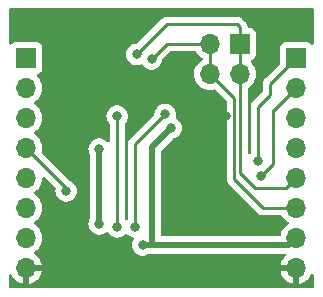
<source format=gbl>
G04 #@! TF.GenerationSoftware,KiCad,Pcbnew,7.0.1*
G04 #@! TF.CreationDate,2023-10-25T21:17:38+02:00*
G04 #@! TF.ProjectId,canfd_breakout,63616e66-645f-4627-9265-616b6f75742e,rev?*
G04 #@! TF.SameCoordinates,Original*
G04 #@! TF.FileFunction,Copper,L2,Bot*
G04 #@! TF.FilePolarity,Positive*
%FSLAX46Y46*%
G04 Gerber Fmt 4.6, Leading zero omitted, Abs format (unit mm)*
G04 Created by KiCad (PCBNEW 7.0.1) date 2023-10-25 21:17:38*
%MOMM*%
%LPD*%
G01*
G04 APERTURE LIST*
G04 #@! TA.AperFunction,ComponentPad*
%ADD10R,1.700000X1.700000*%
G04 #@! TD*
G04 #@! TA.AperFunction,ComponentPad*
%ADD11O,1.700000X1.700000*%
G04 #@! TD*
G04 #@! TA.AperFunction,ViaPad*
%ADD12C,0.800000*%
G04 #@! TD*
G04 #@! TA.AperFunction,Conductor*
%ADD13C,0.500000*%
G04 #@! TD*
G04 #@! TA.AperFunction,Conductor*
%ADD14C,0.250000*%
G04 #@! TD*
G04 APERTURE END LIST*
D10*
X122860000Y-100000000D03*
D11*
X122860000Y-102540000D03*
X122860000Y-105080000D03*
X122860000Y-107620000D03*
X122860000Y-110160000D03*
X122860000Y-112700000D03*
X122860000Y-115240000D03*
X122860000Y-117780000D03*
D10*
X100000000Y-100000000D03*
D11*
X100000000Y-102540000D03*
X100000000Y-105080000D03*
X100000000Y-107620000D03*
X100000000Y-110160000D03*
X100000000Y-112700000D03*
X100000000Y-115240000D03*
X100000000Y-117780000D03*
X115570000Y-101346000D03*
X115570000Y-98806000D03*
X118110000Y-101346000D03*
D10*
X118110000Y-98806000D03*
D12*
X109347000Y-99695000D03*
X111760000Y-104775000D03*
X119634000Y-108712000D03*
X106172000Y-107696000D03*
X110617000Y-100076000D03*
X109855000Y-115824000D03*
X109220000Y-104902000D03*
X116877500Y-104902000D03*
X119888000Y-109982000D03*
X103378000Y-111252000D03*
X120650000Y-118872000D03*
X120650000Y-117094000D03*
X115824000Y-114300000D03*
X109982000Y-118364000D03*
X102362000Y-105918000D03*
X102362000Y-100330000D03*
X106172000Y-114046000D03*
X112268000Y-105918000D03*
X109220000Y-114300000D03*
X107696000Y-114300000D03*
X107696000Y-104902000D03*
D13*
X110617000Y-107569000D02*
X110617000Y-115824000D01*
X110617000Y-115824000D02*
X109855000Y-115824000D01*
X112268000Y-105918000D02*
X110617000Y-107569000D01*
D14*
X118110000Y-97409000D02*
X118110000Y-98806000D01*
X117856000Y-97155000D02*
X118110000Y-97409000D01*
X109347000Y-99695000D02*
X111887000Y-97155000D01*
X111887000Y-97155000D02*
X117856000Y-97155000D01*
X111887000Y-98806000D02*
X115570000Y-98806000D01*
X110617000Y-100076000D02*
X111887000Y-98806000D01*
X109220000Y-107315000D02*
X109220000Y-114300000D01*
X111760000Y-104775000D02*
X109220000Y-107315000D01*
X120650000Y-102210000D02*
X122860000Y-100000000D01*
X120650000Y-103088299D02*
X120650000Y-102210000D01*
X119634000Y-104104299D02*
X120650000Y-103088299D01*
X119634000Y-108712000D02*
X119634000Y-104104299D01*
D13*
X106172000Y-107696000D02*
X106172000Y-114046000D01*
X109855000Y-115824000D02*
X122276000Y-115824000D01*
X122276000Y-115824000D02*
X122860000Y-115240000D01*
D14*
X122022000Y-110998000D02*
X122860000Y-110160000D01*
X119380000Y-110998000D02*
X122022000Y-110998000D01*
X118110000Y-109728000D02*
X119380000Y-110998000D01*
X118110000Y-101346000D02*
X118110000Y-109728000D01*
X121006000Y-104394000D02*
X122860000Y-102540000D01*
X119888000Y-109982000D02*
X120904000Y-108966000D01*
X120904000Y-104394000D02*
X121006000Y-104394000D01*
X120904000Y-108966000D02*
X120904000Y-104394000D01*
X120066000Y-112700000D02*
X122860000Y-112700000D01*
X117602000Y-110236000D02*
X120066000Y-112700000D01*
X117602000Y-103378000D02*
X117602000Y-110236000D01*
X115570000Y-101346000D02*
X117602000Y-103378000D01*
X103378000Y-111252000D02*
X103378000Y-110998000D01*
X103378000Y-110998000D02*
X100000000Y-107620000D01*
X118110000Y-101346000D02*
X118110000Y-98806000D01*
X115570000Y-101346000D02*
X115570000Y-98806000D01*
X107696000Y-104902000D02*
X107696000Y-114300000D01*
G04 #@! TA.AperFunction,Conductor*
G36*
X124270500Y-95775113D02*
G01*
X124315887Y-95820500D01*
X124332500Y-95882500D01*
X124332500Y-98773830D01*
X124317332Y-98833257D01*
X124275540Y-98878145D01*
X124217346Y-98897514D01*
X124156989Y-98886624D01*
X124109233Y-98848141D01*
X124106694Y-98844749D01*
X124067546Y-98792454D01*
X123952331Y-98706204D01*
X123817483Y-98655909D01*
X123757873Y-98649500D01*
X123757869Y-98649500D01*
X121962130Y-98649500D01*
X121902515Y-98655909D01*
X121767669Y-98706204D01*
X121652454Y-98792454D01*
X121566204Y-98907668D01*
X121515909Y-99042516D01*
X121509500Y-99102131D01*
X121509500Y-100414546D01*
X121500061Y-100461999D01*
X121473181Y-100502227D01*
X120266208Y-101709199D01*
X120250110Y-101722096D01*
X120202096Y-101773225D01*
X120199391Y-101776017D01*
X120179874Y-101795534D01*
X120177415Y-101798705D01*
X120169842Y-101807572D01*
X120139935Y-101839420D01*
X120130285Y-101856974D01*
X120119609Y-101873228D01*
X120107326Y-101889063D01*
X120089975Y-101929158D01*
X120084838Y-101939644D01*
X120063802Y-101977907D01*
X120058821Y-101997309D01*
X120052520Y-102015711D01*
X120044561Y-102034102D01*
X120037728Y-102077242D01*
X120035360Y-102088674D01*
X120024500Y-102130978D01*
X120024500Y-102151016D01*
X120022973Y-102170415D01*
X120019840Y-102190194D01*
X120023950Y-102233675D01*
X120024500Y-102245344D01*
X120024500Y-102777847D01*
X120015061Y-102825300D01*
X119988181Y-102865528D01*
X119250208Y-103603498D01*
X119234110Y-103616395D01*
X119186096Y-103667524D01*
X119183391Y-103670316D01*
X119163874Y-103689833D01*
X119161415Y-103693004D01*
X119153842Y-103701871D01*
X119123935Y-103733719D01*
X119114285Y-103751273D01*
X119103609Y-103767527D01*
X119091326Y-103783362D01*
X119073975Y-103823457D01*
X119068838Y-103833943D01*
X119047802Y-103872206D01*
X119042821Y-103891608D01*
X119036520Y-103910010D01*
X119028561Y-103928401D01*
X119021728Y-103971541D01*
X119019360Y-103982973D01*
X119008500Y-104025277D01*
X119008500Y-104045315D01*
X119006973Y-104064714D01*
X119003840Y-104084493D01*
X119007950Y-104127974D01*
X119008500Y-104139643D01*
X119008500Y-108013313D01*
X119000264Y-108057751D01*
X118976649Y-108096286D01*
X118951649Y-108124051D01*
X118902722Y-108157301D01*
X118843958Y-108164100D01*
X118788731Y-108142900D01*
X118749611Y-108098527D01*
X118735500Y-108041078D01*
X118735500Y-102621227D01*
X118749511Y-102563970D01*
X118788374Y-102519653D01*
X118981401Y-102384495D01*
X119148495Y-102217401D01*
X119284035Y-102023830D01*
X119383903Y-101809663D01*
X119445063Y-101581408D01*
X119465659Y-101346000D01*
X119445063Y-101110592D01*
X119383903Y-100882337D01*
X119284035Y-100668171D01*
X119148495Y-100474599D01*
X119026569Y-100352673D01*
X118995273Y-100299927D01*
X118993084Y-100238634D01*
X119020537Y-100183789D01*
X119070916Y-100148810D01*
X119202331Y-100099796D01*
X119317546Y-100013546D01*
X119403796Y-99898331D01*
X119454091Y-99763483D01*
X119460500Y-99703873D01*
X119460499Y-97908128D01*
X119454091Y-97848517D01*
X119403796Y-97713669D01*
X119317546Y-97598454D01*
X119202331Y-97512204D01*
X119067483Y-97461909D01*
X119007873Y-97455500D01*
X119007869Y-97455500D01*
X118857434Y-97455500D01*
X118796562Y-97439530D01*
X118751368Y-97395735D01*
X118733495Y-97335394D01*
X118732709Y-97310373D01*
X118727120Y-97291140D01*
X118723174Y-97272082D01*
X118720664Y-97252208D01*
X118704588Y-97211606D01*
X118700804Y-97200552D01*
X118688619Y-97158613D01*
X118688618Y-97158612D01*
X118688618Y-97158610D01*
X118678417Y-97141361D01*
X118669860Y-97123895D01*
X118662486Y-97105268D01*
X118636813Y-97069932D01*
X118630402Y-97060172D01*
X118608169Y-97022578D01*
X118594006Y-97008415D01*
X118581369Y-96993620D01*
X118569595Y-96977414D01*
X118569594Y-96977413D01*
X118535935Y-96949568D01*
X118527305Y-96941714D01*
X118356802Y-96771211D01*
X118343906Y-96755113D01*
X118292775Y-96707098D01*
X118289978Y-96704387D01*
X118270470Y-96684879D01*
X118267290Y-96682412D01*
X118258424Y-96674839D01*
X118226582Y-96644938D01*
X118209024Y-96635285D01*
X118192764Y-96624604D01*
X118176936Y-96612327D01*
X118136851Y-96594980D01*
X118126361Y-96589841D01*
X118088091Y-96568802D01*
X118068691Y-96563821D01*
X118050284Y-96557519D01*
X118031897Y-96549562D01*
X117988758Y-96542729D01*
X117977324Y-96540361D01*
X117935019Y-96529500D01*
X117914984Y-96529500D01*
X117895586Y-96527973D01*
X117888162Y-96526797D01*
X117875805Y-96524840D01*
X117875804Y-96524840D01*
X117849484Y-96527328D01*
X117832325Y-96528950D01*
X117820656Y-96529500D01*
X111969740Y-96529500D01*
X111949236Y-96527236D01*
X111879144Y-96529439D01*
X111875250Y-96529500D01*
X111847648Y-96529500D01*
X111843653Y-96530004D01*
X111832029Y-96530918D01*
X111788368Y-96532290D01*
X111769129Y-96537880D01*
X111750080Y-96541825D01*
X111730208Y-96544335D01*
X111689593Y-96560415D01*
X111678549Y-96564196D01*
X111636611Y-96576382D01*
X111619364Y-96586581D01*
X111601900Y-96595136D01*
X111583267Y-96602514D01*
X111547926Y-96628189D01*
X111538168Y-96634599D01*
X111500579Y-96656829D01*
X111486410Y-96670998D01*
X111471622Y-96683628D01*
X111455413Y-96695405D01*
X111427572Y-96729058D01*
X111419711Y-96737696D01*
X109399228Y-98758181D01*
X109359000Y-98785061D01*
X109311547Y-98794500D01*
X109252352Y-98794500D01*
X109067197Y-98833855D01*
X108894269Y-98910848D01*
X108741129Y-99022110D01*
X108614466Y-99162783D01*
X108519820Y-99326715D01*
X108461326Y-99506742D01*
X108441540Y-99695000D01*
X108461326Y-99883257D01*
X108519820Y-100063284D01*
X108614466Y-100227216D01*
X108741129Y-100367889D01*
X108894269Y-100479151D01*
X109067197Y-100556144D01*
X109252352Y-100595500D01*
X109252354Y-100595500D01*
X109441646Y-100595500D01*
X109441648Y-100595500D01*
X109626800Y-100556145D01*
X109626801Y-100556144D01*
X109626803Y-100556144D01*
X109705863Y-100520943D01*
X109764946Y-100510525D01*
X109822007Y-100529064D01*
X109863684Y-100572222D01*
X109884464Y-100608214D01*
X110011129Y-100748889D01*
X110164269Y-100860151D01*
X110337197Y-100937144D01*
X110522352Y-100976500D01*
X110522354Y-100976500D01*
X110711646Y-100976500D01*
X110711648Y-100976500D01*
X110835084Y-100950262D01*
X110896803Y-100937144D01*
X111069730Y-100860151D01*
X111222871Y-100748888D01*
X111349533Y-100608216D01*
X111444179Y-100444284D01*
X111502674Y-100264256D01*
X111520322Y-100096341D01*
X111531720Y-100055927D01*
X111555957Y-100021632D01*
X112109771Y-99467819D01*
X112150000Y-99440939D01*
X112197453Y-99431500D01*
X114294773Y-99431500D01*
X114352030Y-99445511D01*
X114396346Y-99484374D01*
X114531505Y-99677401D01*
X114698599Y-99844495D01*
X114884160Y-99974426D01*
X114923024Y-100018743D01*
X114937035Y-100076000D01*
X114923024Y-100133257D01*
X114884159Y-100177575D01*
X114853738Y-100198875D01*
X114796958Y-100238634D01*
X114698595Y-100307508D01*
X114531505Y-100474598D01*
X114395965Y-100668170D01*
X114296097Y-100882336D01*
X114234936Y-101110592D01*
X114214340Y-101346000D01*
X114234936Y-101581407D01*
X114272634Y-101722096D01*
X114296097Y-101809663D01*
X114395965Y-102023830D01*
X114531505Y-102217401D01*
X114698599Y-102384495D01*
X114892170Y-102520035D01*
X115106337Y-102619903D01*
X115334592Y-102681063D01*
X115570000Y-102701659D01*
X115805408Y-102681063D01*
X115905874Y-102654143D01*
X115970059Y-102654143D01*
X116025646Y-102686236D01*
X116506727Y-103167318D01*
X116940181Y-103600772D01*
X116967061Y-103641000D01*
X116976500Y-103688453D01*
X116976500Y-110153256D01*
X116974235Y-110173762D01*
X116976439Y-110243873D01*
X116976500Y-110247768D01*
X116976500Y-110275349D01*
X116977003Y-110279334D01*
X116977918Y-110290967D01*
X116979290Y-110334626D01*
X116984879Y-110353860D01*
X116988825Y-110372916D01*
X116991335Y-110392792D01*
X117007414Y-110433404D01*
X117011197Y-110444451D01*
X117023382Y-110486391D01*
X117033580Y-110503635D01*
X117042136Y-110521100D01*
X117049514Y-110539732D01*
X117049515Y-110539733D01*
X117075180Y-110575059D01*
X117081593Y-110584822D01*
X117103826Y-110622416D01*
X117103829Y-110622419D01*
X117103830Y-110622420D01*
X117117995Y-110636585D01*
X117130627Y-110651375D01*
X117142406Y-110667587D01*
X117176058Y-110695426D01*
X117184699Y-110703289D01*
X119565196Y-113083787D01*
X119578096Y-113099888D01*
X119629223Y-113147900D01*
X119632019Y-113150610D01*
X119651529Y-113170120D01*
X119654711Y-113172588D01*
X119663571Y-113180155D01*
X119671510Y-113187611D01*
X119695418Y-113210062D01*
X119712970Y-113219711D01*
X119729238Y-113230397D01*
X119745064Y-113242673D01*
X119785146Y-113260017D01*
X119795633Y-113265155D01*
X119833907Y-113286197D01*
X119842410Y-113288379D01*
X119853308Y-113291178D01*
X119871713Y-113297478D01*
X119890104Y-113305437D01*
X119933250Y-113312270D01*
X119944668Y-113314635D01*
X119986981Y-113325500D01*
X120007016Y-113325500D01*
X120026415Y-113327027D01*
X120046196Y-113330160D01*
X120089674Y-113326050D01*
X120101344Y-113325500D01*
X121584773Y-113325500D01*
X121642030Y-113339511D01*
X121686346Y-113378374D01*
X121821505Y-113571401D01*
X121988599Y-113738495D01*
X122174160Y-113868426D01*
X122213024Y-113912743D01*
X122227035Y-113970000D01*
X122213024Y-114027257D01*
X122174159Y-114071575D01*
X121988595Y-114201508D01*
X121821505Y-114368598D01*
X121685965Y-114562170D01*
X121586097Y-114776336D01*
X121531099Y-114981593D01*
X121506314Y-115029206D01*
X121463729Y-115061882D01*
X121411324Y-115073500D01*
X111491500Y-115073500D01*
X111429500Y-115056887D01*
X111384113Y-115011500D01*
X111367500Y-114949500D01*
X111367500Y-107931230D01*
X111376939Y-107883777D01*
X111403819Y-107843549D01*
X111551369Y-107695999D01*
X112420772Y-106826593D01*
X112449282Y-106805304D01*
X112482665Y-106792988D01*
X112547803Y-106779144D01*
X112547804Y-106779143D01*
X112547806Y-106779143D01*
X112720730Y-106702151D01*
X112873870Y-106590889D01*
X112882320Y-106581505D01*
X113000533Y-106450216D01*
X113095179Y-106286284D01*
X113153674Y-106106256D01*
X113173460Y-105918000D01*
X113153674Y-105729744D01*
X113103166Y-105574296D01*
X113095179Y-105549715D01*
X113000533Y-105385783D01*
X112873870Y-105245111D01*
X112720730Y-105133849D01*
X112708732Y-105128507D01*
X112661454Y-105091569D01*
X112637052Y-105036759D01*
X112641238Y-104976908D01*
X112645673Y-104963258D01*
X112645674Y-104963256D01*
X112665460Y-104775000D01*
X112645674Y-104586744D01*
X112615265Y-104493155D01*
X112587179Y-104406715D01*
X112492533Y-104242783D01*
X112365870Y-104102110D01*
X112212730Y-103990848D01*
X112039802Y-103913855D01*
X111854648Y-103874500D01*
X111854646Y-103874500D01*
X111665354Y-103874500D01*
X111665352Y-103874500D01*
X111480197Y-103913855D01*
X111307269Y-103990848D01*
X111154129Y-104102110D01*
X111027466Y-104242783D01*
X110932820Y-104406715D01*
X110874326Y-104586742D01*
X110856679Y-104754649D01*
X110845279Y-104795070D01*
X110821039Y-104829368D01*
X108836208Y-106814199D01*
X108820110Y-106827096D01*
X108772096Y-106878225D01*
X108769391Y-106881017D01*
X108749874Y-106900534D01*
X108747415Y-106903705D01*
X108739842Y-106912572D01*
X108709935Y-106944420D01*
X108700285Y-106961974D01*
X108689609Y-106978228D01*
X108677326Y-106994063D01*
X108659975Y-107034158D01*
X108654838Y-107044644D01*
X108633802Y-107082907D01*
X108628821Y-107102309D01*
X108622520Y-107120711D01*
X108614561Y-107139102D01*
X108607728Y-107182242D01*
X108605360Y-107193674D01*
X108594500Y-107235978D01*
X108594500Y-107256016D01*
X108592973Y-107275415D01*
X108589840Y-107295194D01*
X108593950Y-107338675D01*
X108594500Y-107350344D01*
X108594500Y-113601313D01*
X108586263Y-113645754D01*
X108562645Y-113684291D01*
X108550144Y-113698173D01*
X108492172Y-113734393D01*
X108423816Y-113734390D01*
X108365849Y-113698166D01*
X108353348Y-113684283D01*
X108329736Y-113645750D01*
X108321500Y-113601313D01*
X108321500Y-105600687D01*
X108329736Y-105556249D01*
X108353347Y-105517717D01*
X108428533Y-105434216D01*
X108487295Y-105332438D01*
X108523179Y-105270284D01*
X108531358Y-105245111D01*
X108581674Y-105090256D01*
X108601460Y-104902000D01*
X108581674Y-104713744D01*
X108550024Y-104616336D01*
X108523179Y-104533715D01*
X108428533Y-104369783D01*
X108301870Y-104229110D01*
X108148730Y-104117848D01*
X107975802Y-104040855D01*
X107790648Y-104001500D01*
X107790646Y-104001500D01*
X107601354Y-104001500D01*
X107601352Y-104001500D01*
X107416197Y-104040855D01*
X107243269Y-104117848D01*
X107090129Y-104229110D01*
X106963466Y-104369783D01*
X106868820Y-104533715D01*
X106810326Y-104713742D01*
X106790540Y-104902000D01*
X106810326Y-105090257D01*
X106868820Y-105270284D01*
X106963464Y-105434213D01*
X106963467Y-105434216D01*
X107038652Y-105517717D01*
X107062264Y-105556249D01*
X107070500Y-105600687D01*
X107070500Y-107025078D01*
X107056389Y-107082527D01*
X107017269Y-107126900D01*
X106962041Y-107148100D01*
X106903277Y-107141301D01*
X106854350Y-107108050D01*
X106777870Y-107023110D01*
X106624730Y-106911848D01*
X106451802Y-106834855D01*
X106266648Y-106795500D01*
X106266646Y-106795500D01*
X106077354Y-106795500D01*
X106077352Y-106795500D01*
X105892197Y-106834855D01*
X105719269Y-106911848D01*
X105566129Y-107023110D01*
X105439466Y-107163783D01*
X105344820Y-107327715D01*
X105286326Y-107507742D01*
X105266540Y-107695999D01*
X105286326Y-107884257D01*
X105344820Y-108064284D01*
X105404887Y-108168322D01*
X105421500Y-108230322D01*
X105421500Y-113511678D01*
X105404887Y-113573678D01*
X105344820Y-113677715D01*
X105286326Y-113857742D01*
X105266540Y-114046000D01*
X105286326Y-114234257D01*
X105344820Y-114414284D01*
X105439466Y-114578216D01*
X105566129Y-114718889D01*
X105719269Y-114830151D01*
X105892197Y-114907144D01*
X106077352Y-114946500D01*
X106077354Y-114946500D01*
X106266646Y-114946500D01*
X106266648Y-114946500D01*
X106390084Y-114920262D01*
X106451803Y-114907144D01*
X106521193Y-114876248D01*
X106624727Y-114830153D01*
X106624730Y-114830151D01*
X106751114Y-114738327D01*
X106815347Y-114714949D01*
X106882212Y-114729162D01*
X106931384Y-114776647D01*
X106963466Y-114832216D01*
X107090129Y-114972889D01*
X107243269Y-115084151D01*
X107416197Y-115161144D01*
X107601352Y-115200500D01*
X107601354Y-115200500D01*
X107790646Y-115200500D01*
X107790648Y-115200500D01*
X107914083Y-115174262D01*
X107975803Y-115161144D01*
X108148730Y-115084151D01*
X108301871Y-114972888D01*
X108365850Y-114901831D01*
X108423821Y-114865608D01*
X108492179Y-114865608D01*
X108550150Y-114901832D01*
X108614129Y-114972889D01*
X108767269Y-115084151D01*
X108940197Y-115161144D01*
X109002781Y-115174447D01*
X109055036Y-115199370D01*
X109090280Y-115245301D01*
X109100831Y-115302226D01*
X109084388Y-115357736D01*
X109027821Y-115455713D01*
X108969326Y-115635742D01*
X108958968Y-115734296D01*
X108949540Y-115824000D01*
X108956551Y-115890710D01*
X108969326Y-116012257D01*
X109027820Y-116192284D01*
X109122466Y-116356216D01*
X109249129Y-116496889D01*
X109402269Y-116608151D01*
X109575197Y-116685144D01*
X109760352Y-116724500D01*
X109760354Y-116724500D01*
X109949646Y-116724500D01*
X109949648Y-116724500D01*
X110073083Y-116698262D01*
X110134803Y-116685144D01*
X110307730Y-116608151D01*
X110321449Y-116598183D01*
X110356018Y-116580569D01*
X110394337Y-116574500D01*
X110591554Y-116574500D01*
X110598764Y-116574710D01*
X110660934Y-116578331D01*
X110660934Y-116578330D01*
X110660935Y-116578331D01*
X110671976Y-116576384D01*
X110693510Y-116574500D01*
X121856950Y-116574500D01*
X121913245Y-116588015D01*
X121957268Y-116625615D01*
X121979423Y-116679102D01*
X121974881Y-116736818D01*
X121944631Y-116786181D01*
X121821890Y-116908921D01*
X121686400Y-117102421D01*
X121586569Y-117316507D01*
X121529364Y-117529999D01*
X121529364Y-117530000D01*
X122986000Y-117530000D01*
X123048000Y-117546613D01*
X123093387Y-117592000D01*
X123110000Y-117654000D01*
X123110000Y-119110635D01*
X123323492Y-119053430D01*
X123537576Y-118953600D01*
X123731081Y-118818106D01*
X123898106Y-118651081D01*
X124033600Y-118457576D01*
X124096118Y-118323509D01*
X124139160Y-118273113D01*
X124202011Y-118252084D01*
X124266715Y-118266429D01*
X124314789Y-118312049D01*
X124332500Y-118375914D01*
X124332500Y-119382500D01*
X124315887Y-119444500D01*
X124270500Y-119489887D01*
X124208500Y-119506500D01*
X98676500Y-119506500D01*
X98614500Y-119489887D01*
X98569113Y-119444500D01*
X98552500Y-119382500D01*
X98552500Y-118429526D01*
X98570211Y-118365661D01*
X98618285Y-118320041D01*
X98682990Y-118305696D01*
X98745840Y-118326725D01*
X98788882Y-118377121D01*
X98826399Y-118457576D01*
X98961893Y-118651081D01*
X99128918Y-118818106D01*
X99322423Y-118953600D01*
X99536507Y-119053430D01*
X99749999Y-119110635D01*
X99750000Y-119110636D01*
X99750000Y-118030000D01*
X100250000Y-118030000D01*
X100250000Y-119110635D01*
X100463492Y-119053430D01*
X100677576Y-118953600D01*
X100871081Y-118818106D01*
X101038106Y-118651081D01*
X101173600Y-118457576D01*
X101273430Y-118243492D01*
X101330636Y-118030000D01*
X121529364Y-118030000D01*
X121586569Y-118243492D01*
X121686399Y-118457576D01*
X121821893Y-118651081D01*
X121988918Y-118818106D01*
X122182423Y-118953600D01*
X122396507Y-119053430D01*
X122609999Y-119110635D01*
X122610000Y-119110636D01*
X122610000Y-118030000D01*
X121529364Y-118030000D01*
X101330636Y-118030000D01*
X100250000Y-118030000D01*
X99750000Y-118030000D01*
X99750000Y-117654000D01*
X99766613Y-117592000D01*
X99812000Y-117546613D01*
X99874000Y-117530000D01*
X101330636Y-117530000D01*
X101330635Y-117529999D01*
X101273430Y-117316507D01*
X101173599Y-117102421D01*
X101038109Y-116908921D01*
X100871081Y-116741893D01*
X100685404Y-116611880D01*
X100646539Y-116567562D01*
X100632528Y-116510305D01*
X100646539Y-116453048D01*
X100685402Y-116408732D01*
X100871401Y-116278495D01*
X101038495Y-116111401D01*
X101174035Y-115917830D01*
X101273903Y-115703663D01*
X101335063Y-115475408D01*
X101355659Y-115240000D01*
X101337216Y-115029206D01*
X101335063Y-115004592D01*
X101273903Y-114776337D01*
X101174035Y-114562171D01*
X101038495Y-114368599D01*
X100871401Y-114201505D01*
X100685839Y-114071573D01*
X100646974Y-114027255D01*
X100632964Y-113969999D01*
X100646975Y-113912742D01*
X100685837Y-113868428D01*
X100871401Y-113738495D01*
X101038495Y-113571401D01*
X101174035Y-113377830D01*
X101273903Y-113163663D01*
X101335063Y-112935408D01*
X101355659Y-112700000D01*
X101335063Y-112464592D01*
X101273903Y-112236337D01*
X101174035Y-112022171D01*
X101038495Y-111828599D01*
X100871401Y-111661505D01*
X100685839Y-111531573D01*
X100646975Y-111487257D01*
X100632964Y-111430000D01*
X100646975Y-111372743D01*
X100685839Y-111328426D01*
X100871401Y-111198495D01*
X101038495Y-111031401D01*
X101174035Y-110837830D01*
X101273903Y-110623663D01*
X101335063Y-110395408D01*
X101344711Y-110285130D01*
X101356598Y-110149272D01*
X101381750Y-110084592D01*
X101437716Y-110043557D01*
X101506965Y-110039018D01*
X101567807Y-110072398D01*
X102456859Y-110961450D01*
X102486065Y-111007739D01*
X102492499Y-111062092D01*
X102472540Y-111251999D01*
X102492326Y-111440257D01*
X102550820Y-111620284D01*
X102645466Y-111784216D01*
X102772129Y-111924889D01*
X102925269Y-112036151D01*
X103098197Y-112113144D01*
X103283352Y-112152500D01*
X103283354Y-112152500D01*
X103472646Y-112152500D01*
X103472648Y-112152500D01*
X103596084Y-112126262D01*
X103657803Y-112113144D01*
X103830730Y-112036151D01*
X103983871Y-111924888D01*
X104110533Y-111784216D01*
X104205179Y-111620284D01*
X104263674Y-111440256D01*
X104283460Y-111252000D01*
X104263674Y-111063744D01*
X104205179Y-110883716D01*
X104205179Y-110883715D01*
X104110533Y-110719783D01*
X103983870Y-110579110D01*
X103830734Y-110467850D01*
X103746337Y-110430274D01*
X103674547Y-110398311D01*
X103637305Y-110372714D01*
X101340237Y-108075646D01*
X101308143Y-108020058D01*
X101308143Y-107955872D01*
X101335063Y-107855408D01*
X101355659Y-107620000D01*
X101335063Y-107384592D01*
X101273903Y-107156337D01*
X101174035Y-106942171D01*
X101038495Y-106748599D01*
X100871401Y-106581505D01*
X100685839Y-106451573D01*
X100646975Y-106407257D01*
X100632964Y-106350000D01*
X100646975Y-106292743D01*
X100685839Y-106248426D01*
X100871401Y-106118495D01*
X101038495Y-105951401D01*
X101174035Y-105757830D01*
X101273903Y-105543663D01*
X101335063Y-105315408D01*
X101355659Y-105080000D01*
X101335063Y-104844592D01*
X101273903Y-104616337D01*
X101174035Y-104402171D01*
X101038495Y-104208599D01*
X100871401Y-104041505D01*
X100685839Y-103911573D01*
X100646974Y-103867255D01*
X100632964Y-103809999D01*
X100646975Y-103752742D01*
X100685837Y-103708428D01*
X100871401Y-103578495D01*
X101038495Y-103411401D01*
X101174035Y-103217830D01*
X101273903Y-103003663D01*
X101335063Y-102775408D01*
X101355659Y-102540000D01*
X101335063Y-102304592D01*
X101273903Y-102076337D01*
X101174035Y-101862171D01*
X101038495Y-101668599D01*
X100916569Y-101546673D01*
X100885273Y-101493927D01*
X100883084Y-101432634D01*
X100910537Y-101377789D01*
X100960916Y-101342810D01*
X101092331Y-101293796D01*
X101207546Y-101207546D01*
X101293796Y-101092331D01*
X101344091Y-100957483D01*
X101350500Y-100897873D01*
X101350499Y-99102128D01*
X101344091Y-99042517D01*
X101293796Y-98907669D01*
X101207546Y-98792454D01*
X101092331Y-98706204D01*
X100957483Y-98655909D01*
X100897873Y-98649500D01*
X100897869Y-98649500D01*
X99102130Y-98649500D01*
X99042515Y-98655909D01*
X98907669Y-98706204D01*
X98792453Y-98792454D01*
X98775767Y-98814745D01*
X98728011Y-98853229D01*
X98667654Y-98864118D01*
X98609460Y-98844749D01*
X98567668Y-98799861D01*
X98552500Y-98740434D01*
X98552500Y-95882500D01*
X98569113Y-95820500D01*
X98614500Y-95775113D01*
X98676500Y-95758500D01*
X124208500Y-95758500D01*
X124270500Y-95775113D01*
G37*
G04 #@! TD.AperFunction*
M02*

</source>
